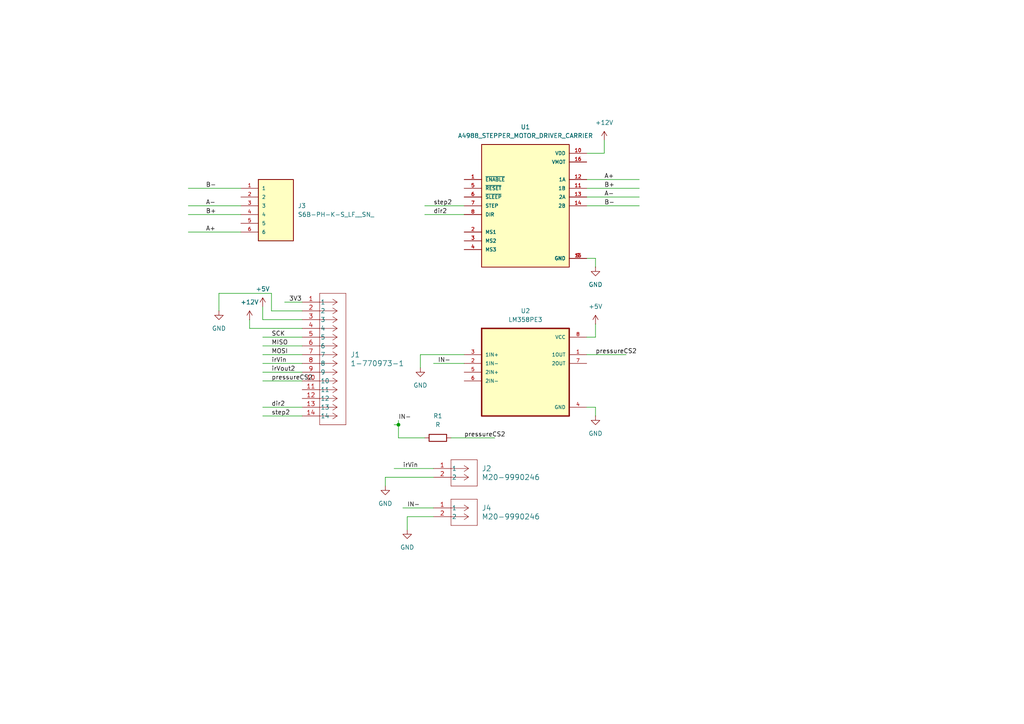
<source format=kicad_sch>
(kicad_sch (version 20231120) (generator "eeschema") (generator_version "8.0")
  (paper "A4")
  (lib_symbols
    (symbol "2025-01-13_13-48-04:1-770973-1" (pin_names (offset 0.254))
      (property "Reference" "J" (at 8.89 6.35 0))
      (property "Value" "1-770973-1" (at 0 0 0))
      (symbol "1-770973-1_0_1"
        (polyline (pts (xy 5.08 -35.56) (xy 12.7 -35.56)) (stroke (width 0.127)))
        (polyline (pts (xy 5.08 2.54) (xy 5.08 -35.56)) (stroke (width 0.127)))
        (polyline (pts (xy 10.16 -33.02) (xy 5.08 -33.02)) (stroke (width 0.127)))
        (polyline (pts (xy 10.16 -33.02) (xy 8.89 -33.8667)) (stroke (width 0.127)))
        (polyline (pts (xy 10.16 -33.02) (xy 8.89 -32.1733)) (stroke (width 0.127)))
        (polyline (pts (xy 10.16 -30.48) (xy 5.08 -30.48)) (stroke (width 0.127)))
        (polyline (pts (xy 10.16 -30.48) (xy 8.89 -31.3267)) (stroke (width 0.127)))
        (polyline (pts (xy 10.16 -30.48) (xy 8.89 -29.6333)) (stroke (width 0.127)))
        (polyline (pts (xy 10.16 -27.94) (xy 5.08 -27.94)) (stroke (width 0.127)))
        (polyline (pts (xy 10.16 -27.94) (xy 8.89 -28.7867)) (stroke (width 0.127)))
        (polyline (pts (xy 10.16 -27.94) (xy 8.89 -27.0933)) (stroke (width 0.127)))
        (polyline (pts (xy 10.16 -25.4) (xy 5.08 -25.4)) (stroke (width 0.127)))
        (polyline (pts (xy 10.16 -25.4) (xy 8.89 -26.2467)) (stroke (width 0.127)))
        (polyline (pts (xy 10.16 -25.4) (xy 8.89 -24.5533)) (stroke (width 0.127)))
        (polyline (pts (xy 10.16 -22.86) (xy 5.08 -22.86)) (stroke (width 0.127)))
        (polyline (pts (xy 10.16 -22.86) (xy 8.89 -23.7067)) (stroke (width 0.127)))
        (polyline (pts (xy 10.16 -22.86) (xy 8.89 -22.0133)) (stroke (width 0.127)))
        (polyline (pts (xy 10.16 -20.32) (xy 5.08 -20.32)) (stroke (width 0.127)))
        (polyline (pts (xy 10.16 -20.32) (xy 8.89 -21.1667)) (stroke (width 0.127)))
        (polyline (pts (xy 10.16 -20.32) (xy 8.89 -19.4733)) (stroke (width 0.127)))
        (polyline (pts (xy 10.16 -17.78) (xy 5.08 -17.78)) (stroke (width 0.127)))
        (polyline (pts (xy 10.16 -17.78) (xy 8.89 -18.6267)) (stroke (width 0.127)))
        (polyline (pts (xy 10.16 -17.78) (xy 8.89 -16.9333)) (stroke (width 0.127)))
        (polyline (pts (xy 10.16 -15.24) (xy 5.08 -15.24)) (stroke (width 0.127)))
        (polyline (pts (xy 10.16 -15.24) (xy 8.89 -16.0867)) (stroke (width 0.127)))
        (polyline (pts (xy 10.16 -15.24) (xy 8.89 -14.3933)) (stroke (width 0.127)))
        (polyline (pts (xy 10.16 -12.7) (xy 5.08 -12.7)) (stroke (width 0.127)))
        (polyline (pts (xy 10.16 -12.7) (xy 8.89 -13.5467)) (stroke (width 0.127)))
        (polyline (pts (xy 10.16 -12.7) (xy 8.89 -11.8533)) (stroke (width 0.127)))
        (polyline (pts (xy 10.16 -10.16) (xy 5.08 -10.16)) (stroke (width 0.127)))
        (polyline (pts (xy 10.16 -10.16) (xy 8.89 -11.0067)) (stroke (width 0.127)))
        (polyline (pts (xy 10.16 -10.16) (xy 8.89 -9.3133)) (stroke (width 0.127)))
        (polyline (pts (xy 10.16 -7.62) (xy 5.08 -7.62)) (stroke (width 0.127)))
        (polyline (pts (xy 10.16 -7.62) (xy 8.89 -8.4667)) (stroke (width 0.127)))
        (polyline (pts (xy 10.16 -7.62) (xy 8.89 -6.7733)) (stroke (width 0.127)))
        (polyline (pts (xy 10.16 -5.08) (xy 5.08 -5.08)) (stroke (width 0.127)))
        (polyline (pts (xy 10.16 -5.08) (xy 8.89 -5.9267)) (stroke (width 0.127)))
        (polyline (pts (xy 10.16 -5.08) (xy 8.89 -4.2333)) (stroke (width 0.127)))
        (polyline (pts (xy 10.16 -2.54) (xy 5.08 -2.54)) (stroke (width 0.127)))
        (polyline (pts (xy 10.16 -2.54) (xy 8.89 -3.3867)) (stroke (width 0.127)))
        (polyline (pts (xy 10.16 -2.54) (xy 8.89 -1.6933)) (stroke (width 0.127)))
        (polyline (pts (xy 10.16 0) (xy 5.08 0)) (stroke (width 0.127)))
        (polyline (pts (xy 10.16 0) (xy 8.89 -0.8467)) (stroke (width 0.127)))
        (polyline (pts (xy 10.16 0) (xy 8.89 0.8467)) (stroke (width 0.127)))
        (polyline (pts (xy 12.7 -35.56) (xy 12.7 2.54)) (stroke (width 0.127)))
        (polyline (pts (xy 12.7 2.54) (xy 5.08 2.54)) (stroke (width 0.127)))
        (pin unspecified line (at 0 0 0) (length 5.08) (name "1") (number "1"))
        (pin unspecified line (at 0 -22.86 0) (length 5.08) (name "10") (number "10"))
        (pin unspecified line (at 0 -25.4 0) (length 5.08) (name "11") (number "11"))
        (pin unspecified line (at 0 -27.94 0) (length 5.08) (name "12") (number "12"))
        (pin unspecified line (at 0 -30.48 0) (length 5.08) (name "13") (number "13"))
        (pin unspecified line (at 0 -33.02 0) (length 5.08) (name "14") (number "14"))
        (pin unspecified line (at 0 -2.54 0) (length 5.08) (name "2") (number "2"))
        (pin unspecified line (at 0 -5.08 0) (length 5.08) (name "3") (number "3"))
        (pin unspecified line (at 0 -7.62 0) (length 5.08) (name "4") (number "4"))
        (pin unspecified line (at 0 -10.16 0) (length 5.08) (name "5") (number "5"))
        (pin unspecified line (at 0 -12.7 0) (length 5.08) (name "6") (number "6"))
        (pin unspecified line (at 0 -15.24 0) (length 5.08) (name "7") (number "7"))
        (pin unspecified line (at 0 -17.78 0) (length 5.08) (name "8") (number "8"))
        (pin unspecified line (at 0 -20.32 0) (length 5.08) (name "9") (number "9"))
      )
    )
    (symbol "2pin-jumper:M20-9990246" (pin_names (offset 0.254))
      (property "Reference" "J" (at 8.89 6.35 0))
      (property "Value" "M20-9990246" (at 0 0 0))
      (symbol "M20-9990246_1_1"
        (polyline (pts (xy 5.08 -5.08) (xy 12.7 -5.08)) (stroke (width 0.127)))
        (polyline (pts (xy 5.08 2.54) (xy 5.08 -5.08)) (stroke (width 0.127)))
        (polyline (pts (xy 10.16 -2.54) (xy 5.08 -2.54)) (stroke (width 0.127)))
        (polyline (pts (xy 10.16 -2.54) (xy 8.89 -3.3867)) (stroke (width 0.127)))
        (polyline (pts (xy 10.16 -2.54) (xy 8.89 -1.6933)) (stroke (width 0.127)))
        (polyline (pts (xy 10.16 0) (xy 5.08 0)) (stroke (width 0.127)))
        (polyline (pts (xy 10.16 0) (xy 8.89 -0.8467)) (stroke (width 0.127)))
        (polyline (pts (xy 10.16 0) (xy 8.89 0.8467)) (stroke (width 0.127)))
        (polyline (pts (xy 12.7 -5.08) (xy 12.7 2.54)) (stroke (width 0.127)))
        (polyline (pts (xy 12.7 2.54) (xy 5.08 2.54)) (stroke (width 0.127)))
        (pin unspecified line (at 0 0 0) (length 5.08) (name "1") (number "1"))
        (pin unspecified line (at 0 -2.54 0) (length 5.08) (name "2") (number "2"))
      )
      (symbol "M20-9990246_1_2"
        (polyline (pts (xy 5.08 -5.08) (xy 12.7 -5.08)) (stroke (width 0.127)))
        (polyline (pts (xy 5.08 2.54) (xy 5.08 -5.08)) (stroke (width 0.127)))
        (polyline (pts (xy 7.62 -2.54) (xy 5.08 -2.54)) (stroke (width 0.127)))
        (polyline (pts (xy 7.62 -2.54) (xy 8.89 -3.3867)) (stroke (width 0.127)))
        (polyline (pts (xy 7.62 -2.54) (xy 8.89 -1.6933)) (stroke (width 0.127)))
        (polyline (pts (xy 7.62 0) (xy 5.08 0)) (stroke (width 0.127)))
        (polyline (pts (xy 7.62 0) (xy 8.89 -0.8467)) (stroke (width 0.127)))
        (polyline (pts (xy 7.62 0) (xy 8.89 0.8467)) (stroke (width 0.127)))
        (polyline (pts (xy 12.7 -5.08) (xy 12.7 2.54)) (stroke (width 0.127)))
        (polyline (pts (xy 12.7 2.54) (xy 5.08 2.54)) (stroke (width 0.127)))
        (pin unspecified line (at 0 0 0) (length 5.08) (name "1") (number "1"))
        (pin unspecified line (at 0 -2.54 0) (length 5.08) (name "2") (number "2"))
      )
    )
    (symbol "A4988_STEPPER_MOTOR_DRIVER_CARRIER:A4988_STEPPER_MOTOR_DRIVER_CARRIER" (pin_names (offset 1.016))
      (property "Reference" "U" (at -12.7 19.05 0))
      (property "Value" "A4988_STEPPER_MOTOR_DRIVER_CARRIER" (at -12.7 -21.59 0))
      (symbol "A4988_STEPPER_MOTOR_DRIVER_CARRIER_0_0"
        (rectangle (start -12.7 -17.78) (end 12.7 17.78) (stroke (width 0.254)) (fill (type background)))
        (pin input line (at -17.78 7.62 0) (length 5.08) (name "~{ENABLE}") (number "1"))
        (pin power_in line (at 17.78 15.24 180) (length 5.08) (name "VDD") (number "10"))
        (pin output line (at 17.78 5.08 180) (length 5.08) (name "1B") (number "11"))
        (pin output line (at 17.78 7.62 180) (length 5.08) (name "1A") (number "12"))
        (pin output line (at 17.78 2.54 180) (length 5.08) (name "2A") (number "13"))
        (pin output line (at 17.78 0 180) (length 5.08) (name "2B") (number "14"))
        (pin power_in line (at 17.78 -15.24 180) (length 5.08) (name "GND") (number "15"))
        (pin power_in line (at 17.78 12.7 180) (length 5.08) (name "VMOT") (number "16"))
        (pin input line (at -17.78 -7.62 0) (length 5.08) (name "MS1") (number "2"))
        (pin input line (at -17.78 -10.16 0) (length 5.08) (name "MS2") (number "3"))
        (pin input line (at -17.78 -12.7 0) (length 5.08) (name "MS3") (number "4"))
        (pin input line (at -17.78 5.08 0) (length 5.08) (name "~{RESET}") (number "5"))
        (pin input line (at -17.78 2.54 0) (length 5.08) (name "~{SLEEP}") (number "6"))
        (pin input line (at -17.78 0 0) (length 5.08) (name "STEP") (number "7"))
        (pin input line (at -17.78 -2.54 0) (length 5.08) (name "DIR") (number "8"))
        (pin power_in line (at 17.78 -15.24 180) (length 5.08) (name "GND") (number "9"))
      )
    )
    (symbol "Device:R" (pin_numbers hide) (pin_names (offset 0))
      (property "Reference" "R" (at 2.032 0 90))
      (property "Value" "R" (at 0 0 90))
      (symbol "R_0_1"
        (rectangle (start -1.016 -2.54) (end 1.016 2.54) (stroke (width 0.254)))
      )
      (symbol "R_1_1"
        (pin passive line (at 0 3.81 270) (length 1.27) (name "~") (number "1"))
        (pin passive line (at 0 -3.81 90) (length 1.27) (name "~") (number "2"))
      )
    )
    (symbol "LM358PE3:LM358PE3" (pin_names (offset 1.016))
      (property "Reference" "U" (at -12.7 13.7 0))
      (property "Value" "LM358PE3" (at -12.7 -16.7 0))
      (symbol "LM358PE3_0_0"
        (rectangle (start -12.7 -12.7) (end 12.7 12.7) (stroke (width 0.41)) (fill (type background)))
        (pin output line (at 17.78 5.08 180) (length 5.08) (name "1OUT") (number "1"))
        (pin input line (at -17.78 2.54 0) (length 5.08) (name "1IN-") (number "2"))
        (pin input line (at -17.78 5.08 0) (length 5.08) (name "1IN+") (number "3"))
        (pin power_in line (at 17.78 -10.16 180) (length 5.08) (name "GND") (number "4"))
        (pin input line (at -17.78 0 0) (length 5.08) (name "2IN+") (number "5"))
        (pin input line (at -17.78 -2.54 0) (length 5.08) (name "2IN-") (number "6"))
        (pin output line (at 17.78 2.54 180) (length 5.08) (name "2OUT") (number "7"))
        (pin power_in line (at 17.78 10.16 180) (length 5.08) (name "VCC") (number "8"))
      )
    )
    (symbol "S6B-PH-K-S_LF__SN_:S6B-PH-K-S_LF__SN_" (pin_names (offset 1.016))
      (property "Reference" "J" (at -5.08 8.1397 0))
      (property "Value" "S6B-PH-K-S_LF__SN_" (at -5.08 -12.7154 0))
      (symbol "S6B-PH-K-S_LF__SN__0_0"
        (rectangle (start -5.08 -10.16) (end 5.08 7.62) (stroke (width 0.254)) (fill (type background)))
        (pin passive line (at -10.16 5.08 0) (length 5.08) (name "1") (number "1"))
        (pin passive line (at -10.16 2.54 0) (length 5.08) (name "2") (number "2"))
        (pin passive line (at -10.16 0 0) (length 5.08) (name "3") (number "3"))
        (pin passive line (at -10.16 -2.54 0) (length 5.08) (name "4") (number "4"))
        (pin passive line (at -10.16 -5.08 0) (length 5.08) (name "5") (number "5"))
        (pin passive line (at -10.16 -7.62 0) (length 5.08) (name "6") (number "6"))
      )
    )
    (symbol "power:+12V" (power) (pin_numbers hide) (pin_names (offset 0) hide)
      (property "Value" "+12V" (at 0 3.556 0))
      (symbol "+12V_0_1"
        (polyline (pts (xy -0.762 1.27) (xy 0 2.54)))
        (polyline (pts (xy 0 0) (xy 0 2.54)))
        (polyline (pts (xy 0 2.54) (xy 0.762 1.27)))
      )
      (symbol "+12V_1_1"
        (pin power_in line (at 0 0 90) (length 0) (name "~") (number "1"))
      )
    )
    (symbol "power:GND" (power) (pin_numbers hide) (pin_names (offset 0) hide)
      (property "Value" "GND" (at 0 -3.81 0))
      (symbol "GND_0_1"
        (polyline (pts (xy 0 0) (xy 0 -1.27) (xy 1.27 -1.27) (xy 0 -2.54) (xy -1.27 -1.27) (xy 0 -1.27)))
      )
      (symbol "GND_1_1"
        (pin power_in line (at 0 0 270) (length 0) (name "~") (number "1"))
      )
    )
  )
  (junction (at 115.57 123.19))
  (wire (pts (xy 121.92 102.87) (xy 121.92 106.68)))
  (wire (pts (xy 72.39 95.25) (xy 72.39 92.71)))
  (wire (pts (xy 123.19 59.69) (xy 134.62 59.69)))
  (wire (pts (xy 172.72 97.79) (xy 172.72 93.98)))
  (wire (pts (xy 170.18 57.15) (xy 185.42 57.15)))
  (wire (pts (xy 116.84 147.32) (xy 125.73 147.32)))
  (wire (pts (xy 115.57 127) (xy 123.19 127)))
  (wire (pts (xy 54.61 67.31) (xy 69.85 67.31)))
  (wire (pts (xy 76.2 118.11) (xy 87.63 118.11)))
  (wire (pts (xy 87.63 107.95) (xy 76.2 107.95)))
  (wire (pts (xy 170.18 74.93) (xy 172.72 74.93)))
  (wire (pts (xy 125.73 149.86) (xy 118.11 149.86)))
  (wire (pts (xy 115.57 123.19) (xy 114.3 123.19)))
  (wire (pts (xy 114.3 135.89) (xy 125.73 135.89)))
  (wire (pts (xy 63.5 85.09) (xy 63.5 90.17)))
  (wire (pts (xy 111.76 138.43) (xy 111.76 140.97)))
  (wire (pts (xy 76.2 92.71) (xy 76.2 88.9)))
  (wire (pts (xy 172.72 74.93) (xy 172.72 77.47)))
  (wire (pts (xy 78.74 85.09) (xy 63.5 85.09)))
  (wire (pts (xy 121.92 102.87) (xy 134.62 102.87)))
  (wire (pts (xy 76.2 97.79) (xy 87.63 97.79)))
  (wire (pts (xy 76.2 105.41) (xy 87.63 105.41)))
  (wire (pts (xy 118.11 149.86) (xy 118.11 153.67)))
  (wire (pts (xy 170.18 54.61) (xy 185.42 54.61)))
  (wire (pts (xy 123.19 62.23) (xy 134.62 62.23)))
  (wire (pts (xy 72.39 95.25) (xy 87.63 95.25)))
  (wire (pts (xy 76.2 92.71) (xy 87.63 92.71)))
  (wire (pts (xy 170.18 97.79) (xy 172.72 97.79)))
  (wire (pts (xy 54.61 54.61) (xy 69.85 54.61)))
  (wire (pts (xy 54.61 62.23) (xy 69.85 62.23)))
  (wire (pts (xy 130.81 127) (xy 143.51 127)))
  (wire (pts (xy 76.2 102.87) (xy 87.63 102.87)))
  (wire (pts (xy 76.2 100.33) (xy 87.63 100.33)))
  (wire (pts (xy 115.57 127) (xy 115.57 123.19)))
  (wire (pts (xy 170.18 52.07) (xy 185.42 52.07)))
  (wire (pts (xy 172.72 118.11) (xy 172.72 120.65)))
  (wire (pts (xy 78.74 90.17) (xy 78.74 85.09)))
  (wire (pts (xy 170.18 118.11) (xy 172.72 118.11)))
  (wire (pts (xy 76.2 110.49) (xy 87.63 110.49)))
  (wire (pts (xy 170.18 59.69) (xy 185.42 59.69)))
  (wire (pts (xy 76.2 120.65) (xy 87.63 120.65)))
  (wire (pts (xy 125.73 105.41) (xy 134.62 105.41)))
  (wire (pts (xy 175.26 44.45) (xy 175.26 40.64)))
  (wire (pts (xy 87.63 90.17) (xy 78.74 90.17)))
  (wire (pts (xy 170.18 102.87) (xy 181.61 102.87)))
  (wire (pts (xy 54.61 59.69) (xy 69.85 59.69)))
  (wire (pts (xy 170.18 44.45) (xy 175.26 44.45)))
  (wire (pts (xy 111.76 138.43) (xy 125.73 138.43)))
  (wire (pts (xy 115.57 121.92) (xy 115.57 123.19)))
  (wire (pts (xy 82.55 87.63) (xy 87.63 87.63)))
  (label "irVout2" (at 78.74 107.95 0))
  (label "A+" (at 175.26 52.07 0))
  (label "IN-" (at 115.57 121.92 0))
  (label "step2" (at 125.73 59.69 0))
  (label "B-" (at 59.69 54.61 0))
  (label "dir2" (at 125.73 62.23 0))
  (label "dir2" (at 78.74 118.11 0))
  (label "MOSI" (at 78.74 102.87 0))
  (label "3V3" (at 83.82 87.63 0))
  (label "IN-" (at 118.11 147.32 0))
  (label "pressureCS2" (at 134.62 127 0))
  (label "pressureCS2" (at 78.74 110.49 0))
  (label "irVin" (at 116.84 135.89 0))
  (label "B+" (at 59.69 62.23 0))
  (label "SCK" (at 78.74 97.79 0))
  (label "B-" (at 175.26 59.69 0))
  (label "IN-" (at 127 105.41 0))
  (label "MISO" (at 78.74 100.33 0))
  (label "A+" (at 59.69 67.31 0))
  (label "B+" (at 175.26 54.61 0))
  (label "irVin" (at 78.74 105.41 0))
  (label "A-" (at 59.69 59.69 0))
  (label "A-" (at 175.26 57.15 0))
  (label "step2" (at 78.74 120.65 0))
  (label "pressureCS2" (at 172.72 102.87 0))
  (symbol (lib_id "2025-01-13_13-48-04:1-770973-1") (at 87.63 87.63 0) (unit 1)
    (property "Reference" "J1" (at 101.6 102.8699 0) (effects (font (size 1.524 1.524)) (justify left)))
    (property "Value" "1-770973-1" (at 101.6 105.4099 0) (effects (font (size 1.524 1.524)) (justify left)))
    (property "Footprint" "CONN14_1-770973-1_TEC" (effects (hide yes)))
    (property "Datasheet" "1-770973-1" (effects (hide yes)))
  )
  (symbol (lib_id "power:GND") (at 63.5 90.17 0) (unit 1)
    (property "Reference" "#PWR03" (effects (hide yes)))
    (property "Value" "GND" (at 63.5 95.25 0))
    (property "Description" "Power symbol creates a global label with name \"GND\" , ground" (effects (hide yes)))
  )
  (symbol (lib_id "2pin-jumper:M20-9990246") (at 125.73 135.89 0) (unit 1)
    (property "Reference" "J2" (at 139.7 135.8899 0) (effects (font (size 1.524 1.524)) (justify left)))
    (property "Value" "M20-9990246" (at 139.7 138.4299 0) (effects (font (size 1.524 1.524)) (justify left)))
    (property "Footprint" "1pin-jumper:CONN2_M20-999_1x2_HRW" (effects (hide yes)))
    (property "Datasheet" "M20-9990246" (effects (hide yes)))
  )
  (symbol (lib_id "power:GND") (at 118.11 153.67 0) (unit 1)
    (property "Reference" "#PWR09" (effects (hide yes)))
    (property "Value" "GND" (at 118.11 158.75 0))
    (property "Description" "Power symbol creates a global label with name \"GND\" , ground" (effects (hide yes)))
  )
  (symbol (lib_id "LM358PE3:LM358PE3") (at 152.4 107.95 0) (unit 1)
    (property "Reference" "U2" (at 152.4 90.17 0))
    (property "Value" "LM358PE3" (at 152.4 92.71 0))
    (property "Footprint" "LM358PE3:DIP794W45P254L959H508Q8" (effects (hide yes)))
    (property "MF" "Texas Instruments" (effects (hide yes)))
    (property "Description_1" "\n                        \n                            Dual, 30-V, 700-kHz operational amplifier\n                        \n" (effects (hide yes)))
    (property "Package" "PDIP-8 Texas" (effects (hide yes)))
    (property "Price" "None" (effects (hide yes)))
    (property "SnapEDA_Link" "https://www.snapeda.com/parts/LM358PE3/Texas+Instruments/view-part/?ref=snap" (effects (hide yes)))
    (property "MP" "LM358PE3" (effects (hide yes)))
    (property "Availability" "In Stock" (effects (hide yes)))
    (property "Check_prices" "https://www.snapeda.com/parts/LM358PE3/Texas+Instruments/view-part/?ref=eda" (effects (hide yes)))
  )
  (symbol (lib_id "power:GND") (at 121.92 106.68 0) (unit 1)
    (property "Reference" "#PWR010" (effects (hide yes)))
    (property "Value" "GND" (at 121.92 111.76 0))
    (property "Description" "Power symbol creates a global label with name \"GND\" , ground" (effects (hide yes)))
  )
  (symbol (lib_id "power:+12V") (at 72.39 92.71 0) (unit 1)
    (property "Reference" "#PWR02" (effects (hide yes)))
    (property "Value" "+12V" (at 72.39 87.63 0))
    (property "Description" "Power symbol creates a global label with name \"+12V\"" (effects (hide yes)))
  )
  (symbol (lib_id "power:+12V") (at 172.72 93.98 0) (unit 1)
    (property "Reference" "#PWR04" (effects (hide yes)))
    (property "Value" "+5V" (at 172.72 88.9 0))
    (property "Description" "Power symbol creates a global label with name \"+12V\"" (effects (hide yes)))
  )
  (symbol (lib_id "power:+12V") (at 175.26 40.64 0) (unit 1)
    (property "Reference" "#PWR06" (effects (hide yes)))
    (property "Value" "+12V" (at 175.26 35.56 0))
    (property "Description" "Power symbol creates a global label with name \"+12V\"" (effects (hide yes)))
  )
  (symbol (lib_id "Device:R") (at 127 127 90) (unit 1)
    (property "Reference" "R1" (at 127 120.65 90))
    (property "Value" "R" (at 127 123.19 90))
    (property "Footprint" "Resistor_THT:R_Axial_DIN0204_L3.6mm_D1.6mm_P1.90mm_Vertical" (effects (hide yes)))
    (property "Description" "Resistor" (effects (hide yes)))
  )
  (symbol (lib_id "power:+12V") (at 76.2 88.9 0) (unit 1)
    (property "Reference" "#PWR01" (effects (hide yes)))
    (property "Value" "+5V" (at 76.2 83.82 0))
    (property "Description" "Power symbol creates a global label with name \"+12V\"" (effects (hide yes)))
  )
  (symbol (lib_id "power:GND") (at 172.72 120.65 0) (unit 1)
    (property "Reference" "#PWR05" (effects (hide yes)))
    (property "Value" "GND" (at 172.72 125.73 0))
    (property "Description" "Power symbol creates a global label with name \"GND\" , ground" (effects (hide yes)))
  )
  (symbol (lib_id "power:GND") (at 111.76 140.97 0) (unit 1)
    (property "Reference" "#PWR08" (effects (hide yes)))
    (property "Value" "GND" (at 111.76 146.05 0))
    (property "Description" "Power symbol creates a global label with name \"GND\" , ground" (effects (hide yes)))
  )
  (symbol (lib_id "power:GND") (at 172.72 77.47 0) (unit 1)
    (property "Reference" "#PWR07" (effects (hide yes)))
    (property "Value" "GND" (at 172.72 82.55 0))
    (property "Description" "Power symbol creates a global label with name \"GND\" , ground" (effects (hide yes)))
  )
  (symbol (lib_id "2pin-jumper:M20-9990246") (at 125.73 147.32 0) (unit 1)
    (property "Reference" "J4" (at 139.7 147.3199 0) (effects (font (size 1.524 1.524)) (justify left)))
    (property "Value" "M20-9990246" (at 139.7 149.8599 0) (effects (font (size 1.524 1.524)) (justify left)))
    (property "Footprint" "1pin-jumper:CONN2_M20-999_1x2_HRW" (effects (hide yes)))
    (property "Datasheet" "M20-9990246" (effects (hide yes)))
  )
  (symbol (lib_id "S6B-PH-K-S_LF__SN_:S6B-PH-K-S_LF__SN_") (at 80.01 59.69 0) (unit 1)
    (property "Reference" "J3" (at 86.36 59.6899 0) (effects (justify left)))
    (property "Value" "S6B-PH-K-S_LF__SN_" (at 86.36 62.2299 0) (effects (justify left)))
    (property "Footprint" "S6B_PH_K_S_LF__SN_:JST_S6B-PH-K-S_LF__SN_" (effects (hide yes)))
    (property "PARTREV" "N/A" (effects (hide yes)))
    (property "STANDARD" "Manufacturer Recommendation" (effects (hide yes)))
    (property "MAXIMUM_PACKAGE_HEIGHT" "4.8mm" (effects (hide yes)))
    (property "MANUFACTURER" "JST" (effects (hide yes)))
  )
  (symbol (lib_id "A4988_STEPPER_MOTOR_DRIVER_CARRIER:A4988_STEPPER_MOTOR_DRIVER_CARRIER") (at 152.4 59.69 0) (unit 1)
    (property "Reference" "U1" (at 152.4 36.83 0))
    (property "Value" "A4988_STEPPER_MOTOR_DRIVER_CARRIER" (at 152.4 39.37 0))
    (property "Footprint" "A4988_STEPPER_MOTOR_DRIVER_CARRIER:MODULE_A4988_STEPPER_MOTOR_DRIVER_CARRIER" (effects (hide yes)))
    (property "MF" "Pololu" (effects (hide yes)))
    (property "DESCRIPTION" "Stepper motor controler; IC: A4988; 1A; Uin mot: 8÷35V" (effects (hide yes)))
    (property "PACKAGE" "None" (effects (hide yes)))
    (property "PRICE" "None" (effects (hide yes)))
    (property "Package" "None" (effects (hide yes)))
    (property "Check_prices" "https://www.snapeda.com/parts/A4988%20STEPPER%20MOTOR%20DRIVER%20CARRIER/Pololu/view-part/?ref=eda" (effects (hide yes)))
    (property "Price" "None" (effects (hide yes)))
    (property "SnapEDA_Link" "https://www.snapeda.com/parts/A4988%20STEPPER%20MOTOR%20DRIVER%20CARRIER/Pololu/view-part/?ref=snap" (effects (hide yes)))
    (property "MP" "A4988 STEPPER MOTOR DRIVER CARRIER" (effects (hide yes)))
    (property "Availability" "Not in stock" (effects (hide yes)))
    (property "AVAILABILITY" "Unavailable" (effects (hide yes)))
    (property "Description_1" "\n                        \n                            Stepper Motor Driver\n                        \n" (effects (hide yes)))
  )
)
</source>
